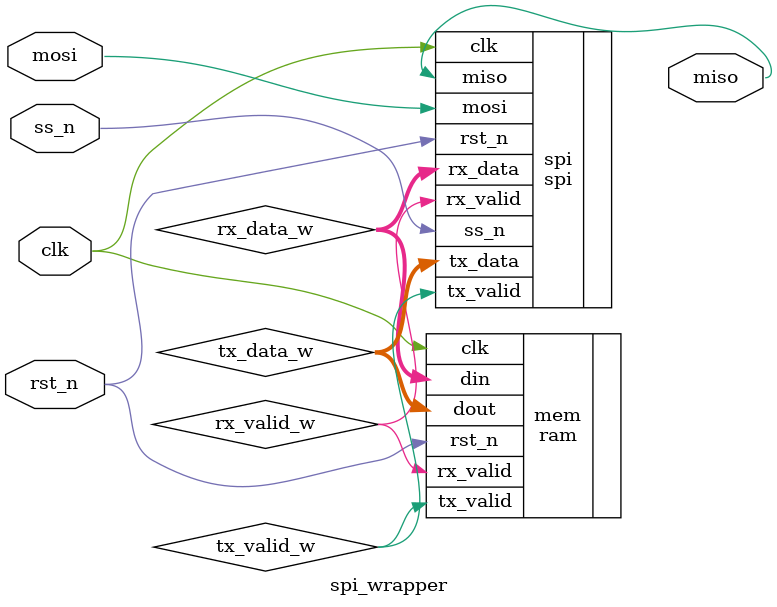
<source format=v>
module spi_wrapper (mosi, miso,ss_n, clk, rst_n);
input mosi, ss_n, clk, rst_n;
output miso;

wire [9:0]rx_data_w;
wire rx_valid_w, tx_valid_w;
wire [7:0]tx_data_w;

spi spi(.mosi(mosi), .miso(miso), .ss_n(ss_n), .rx_data(rx_data_w), .rx_valid(rx_valid_w), .tx_data(tx_data_w), .tx_valid(tx_valid_w), .clk(clk), .rst_n(rst_n) );
ram mem(.din(rx_data_w), .clk(clk), .rst_n(rst_n), .rx_valid(rx_valid_w), .dout(tx_data_w), .tx_valid(tx_valid_w) );
endmodule

</source>
